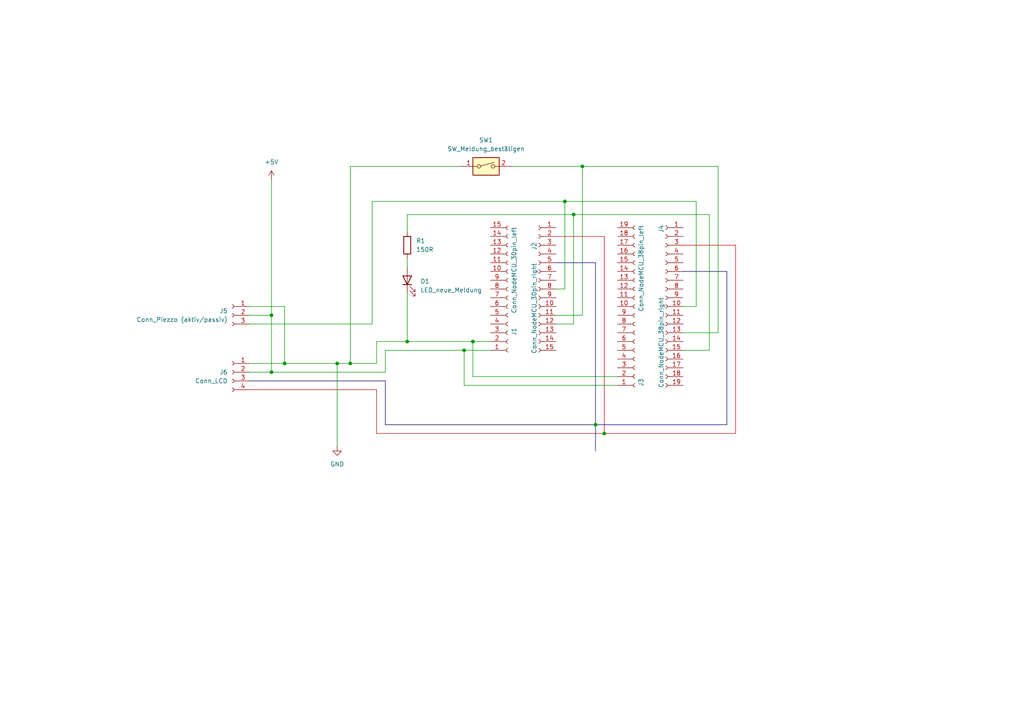
<source format=kicad_sch>
(kicad_sch (version 20231120) (generator "eeschema") (generator_version "8.0")
  (paper "A4")
  (title_block (title "NewsBox Projekt") (date "2024-03-06") (rev "1.0"))
  (lib_symbols
    (symbol "Conn_01x15_Socket_1" (pin_names (offset 1.016) hide)
      (property "Reference" "J" (at 0 20.32 0))
      (property "Value" "Conn_01x15_Socket" (at 0 -20.32 0))
      (symbol "Conn_01x15_Socket_1_1_1"
        (arc (start 0 -17.272) (mid -0.5058 -17.78) (end 0 -18.288) (stroke (width 0.1524)))
        (arc (start 0 -14.732) (mid -0.5058 -15.24) (end 0 -15.748) (stroke (width 0.1524)))
        (arc (start 0 -12.192) (mid -0.5058 -12.7) (end 0 -13.208) (stroke (width 0.1524)))
        (arc (start 0 -9.652) (mid -0.5058 -10.16) (end 0 -10.668) (stroke (width 0.1524)))
        (arc (start 0 -7.112) (mid -0.5058 -7.62) (end 0 -8.128) (stroke (width 0.1524)))
        (arc (start 0 -4.572) (mid -0.5058 -5.08) (end 0 -5.588) (stroke (width 0.1524)))
        (arc (start 0 -2.032) (mid -0.5058 -2.54) (end 0 -3.048) (stroke (width 0.1524)))
        (polyline (pts (xy -1.27 -17.78) (xy -0.508 -17.78)) (stroke (width 0.1524)))
        (polyline (pts (xy -1.27 -15.24) (xy -0.508 -15.24)) (stroke (width 0.1524)))
        (polyline (pts (xy -1.27 -12.7) (xy -0.508 -12.7)) (stroke (width 0.1524)))
        (polyline (pts (xy -1.27 -10.16) (xy -0.508 -10.16)) (stroke (width 0.1524)))
        (polyline (pts (xy -1.27 -7.62) (xy -0.508 -7.62)) (stroke (width 0.1524)))
        (polyline (pts (xy -1.27 -5.08) (xy -0.508 -5.08)) (stroke (width 0.1524)))
        (polyline (pts (xy -1.27 -2.54) (xy -0.508 -2.54)) (stroke (width 0.1524)))
        (polyline (pts (xy -1.27 0) (xy -0.508 0)) (stroke (width 0.1524)))
        (polyline (pts (xy -1.27 2.54) (xy -0.508 2.54)) (stroke (width 0.1524)))
        (polyline (pts (xy -1.27 5.08) (xy -0.508 5.08)) (stroke (width 0.1524)))
        (polyline (pts (xy -1.27 7.62) (xy -0.508 7.62)) (stroke (width 0.1524)))
        (polyline (pts (xy -1.27 10.16) (xy -0.508 10.16)) (stroke (width 0.1524)))
        (polyline (pts (xy -1.27 12.7) (xy -0.508 12.7)) (stroke (width 0.1524)))
        (polyline (pts (xy -1.27 15.24) (xy -0.508 15.24)) (stroke (width 0.1524)))
        (polyline (pts (xy -1.27 17.78) (xy -0.508 17.78)) (stroke (width 0.1524)))
        (arc (start 0 0.508) (mid -0.5058 0) (end 0 -0.508) (stroke (width 0.1524)))
        (arc (start 0 3.048) (mid -0.5058 2.54) (end 0 2.032) (stroke (width 0.1524)))
        (arc (start 0 5.588) (mid -0.5058 5.08) (end 0 4.572) (stroke (width 0.1524)))
        (arc (start 0 8.128) (mid -0.5058 7.62) (end 0 7.112) (stroke (width 0.1524)))
        (arc (start 0 10.668) (mid -0.5058 10.16) (end 0 9.652) (stroke (width 0.1524)))
        (arc (start 0 13.208) (mid -0.5058 12.7) (end 0 12.192) (stroke (width 0.1524)))
        (arc (start 0 15.748) (mid -0.5058 15.24) (end 0 14.732) (stroke (width 0.1524)))
        (arc (start 0 18.288) (mid -0.5058 17.78) (end 0 17.272) (stroke (width 0.1524)))
        (pin passive line (at -5.08 17.78 0) (length 3.81) (name "Pin_1") (number "1"))
        (pin passive line (at -5.08 -5.08 0) (length 3.81) (name "Pin_10") (number "10"))
        (pin passive line (at -5.08 -7.62 0) (length 3.81) (name "Pin_11") (number "11"))
        (pin passive line (at -5.08 -10.16 0) (length 3.81) (name "Pin_12") (number "12"))
        (pin passive line (at -5.08 -12.7 0) (length 3.81) (name "Pin_13") (number "13"))
        (pin passive line (at -5.08 -15.24 0) (length 3.81) (name "Pin_14") (number "14"))
        (pin passive line (at -5.08 -17.78 0) (length 3.81) (name "Pin_15") (number "15"))
        (pin passive line (at -5.08 15.24 0) (length 3.81) (name "Pin_2") (number "2"))
        (pin passive line (at -5.08 12.7 0) (length 3.81) (name "Pin_3") (number "3"))
        (pin passive line (at -5.08 10.16 0) (length 3.81) (name "Pin_4") (number "4"))
        (pin passive line (at -5.08 7.62 0) (length 3.81) (name "Pin_5") (number "5"))
        (pin passive line (at -5.08 5.08 0) (length 3.81) (name "Pin_6") (number "6"))
        (pin passive line (at -5.08 2.54 0) (length 3.81) (name "Pin_7") (number "7"))
        (pin passive line (at -5.08 0 0) (length 3.81) (name "Pin_8") (number "8"))
        (pin passive line (at -5.08 -2.54 0) (length 3.81) (name "Pin_9") (number "9"))
      )
    )
    (symbol "Connector:Conn_01x03_Socket" (pin_names (offset 1.016) hide)
      (property "Reference" "J" (at 0 5.08 0))
      (property "Value" "Conn_01x03_Socket" (at 0 -5.08 0))
      (symbol "Conn_01x03_Socket_1_1"
        (arc (start 0 -2.032) (mid -0.5058 -2.54) (end 0 -3.048) (stroke (width 0.1524)))
        (polyline (pts (xy -1.27 -2.54) (xy -0.508 -2.54)) (stroke (width 0.1524)))
        (polyline (pts (xy -1.27 0) (xy -0.508 0)) (stroke (width 0.1524)))
        (polyline (pts (xy -1.27 2.54) (xy -0.508 2.54)) (stroke (width 0.1524)))
        (arc (start 0 0.508) (mid -0.5058 0) (end 0 -0.508) (stroke (width 0.1524)))
        (arc (start 0 3.048) (mid -0.5058 2.54) (end 0 2.032) (stroke (width 0.1524)))
        (pin passive line (at -5.08 2.54 0) (length 3.81) (name "Pin_1") (number "1"))
        (pin passive line (at -5.08 0 0) (length 3.81) (name "Pin_2") (number "2"))
        (pin passive line (at -5.08 -2.54 0) (length 3.81) (name "Pin_3") (number "3"))
      )
    )
    (symbol "Connector:Conn_01x04_Socket" (pin_names (offset 1.016) hide)
      (property "Reference" "J" (at 0 5.08 0))
      (property "Value" "Conn_01x04_Socket" (at 0 -7.62 0))
      (symbol "Conn_01x04_Socket_1_1"
        (arc (start 0 -4.572) (mid -0.5058 -5.08) (end 0 -5.588) (stroke (width 0.1524)))
        (arc (start 0 -2.032) (mid -0.5058 -2.54) (end 0 -3.048) (stroke (width 0.1524)))
        (polyline (pts (xy -1.27 -5.08) (xy -0.508 -5.08)) (stroke (width 0.1524)))
        (polyline (pts (xy -1.27 -2.54) (xy -0.508 -2.54)) (stroke (width 0.1524)))
        (polyline (pts (xy -1.27 0) (xy -0.508 0)) (stroke (width 0.1524)))
        (polyline (pts (xy -1.27 2.54) (xy -0.508 2.54)) (stroke (width 0.1524)))
        (arc (start 0 0.508) (mid -0.5058 0) (end 0 -0.508) (stroke (width 0.1524)))
        (arc (start 0 3.048) (mid -0.5058 2.54) (end 0 2.032) (stroke (width 0.1524)))
        (pin passive line (at -5.08 2.54 0) (length 3.81) (name "Pin_1") (number "1"))
        (pin passive line (at -5.08 0 0) (length 3.81) (name "Pin_2") (number "2"))
        (pin passive line (at -5.08 -2.54 0) (length 3.81) (name "Pin_3") (number "3"))
        (pin passive line (at -5.08 -5.08 0) (length 3.81) (name "Pin_4") (number "4"))
      )
    )
    (symbol "Connector:Conn_01x15_Socket" (pin_names (offset 1.016) hide)
      (property "Reference" "J" (at 0 20.32 0))
      (property "Value" "Conn_01x15_Socket" (at 0 -20.32 0))
      (symbol "Conn_01x15_Socket_1_1"
        (arc (start 0 -17.272) (mid -0.5058 -17.78) (end 0 -18.288) (stroke (width 0.1524)))
        (arc (start 0 -14.732) (mid -0.5058 -15.24) (end 0 -15.748) (stroke (width 0.1524)))
        (arc (start 0 -12.192) (mid -0.5058 -12.7) (end 0 -13.208) (stroke (width 0.1524)))
        (arc (start 0 -9.652) (mid -0.5058 -10.16) (end 0 -10.668) (stroke (width 0.1524)))
        (arc (start 0 -7.112) (mid -0.5058 -7.62) (end 0 -8.128) (stroke (width 0.1524)))
        (arc (start 0 -4.572) (mid -0.5058 -5.08) (end 0 -5.588) (stroke (width 0.1524)))
        (arc (start 0 -2.032) (mid -0.5058 -2.54) (end 0 -3.048) (stroke (width 0.1524)))
        (polyline (pts (xy -1.27 -17.78) (xy -0.508 -17.78)) (stroke (width 0.1524)))
        (polyline (pts (xy -1.27 -15.24) (xy -0.508 -15.24)) (stroke (width 0.1524)))
        (polyline (pts (xy -1.27 -12.7) (xy -0.508 -12.7)) (stroke (width 0.1524)))
        (polyline (pts (xy -1.27 -10.16) (xy -0.508 -10.16)) (stroke (width 0.1524)))
        (polyline (pts (xy -1.27 -7.62) (xy -0.508 -7.62)) (stroke (width 0.1524)))
        (polyline (pts (xy -1.27 -5.08) (xy -0.508 -5.08)) (stroke (width 0.1524)))
        (polyline (pts (xy -1.27 -2.54) (xy -0.508 -2.54)) (stroke (width 0.1524)))
        (polyline (pts (xy -1.27 0) (xy -0.508 0)) (stroke (width 0.1524)))
        (polyline (pts (xy -1.27 2.54) (xy -0.508 2.54)) (stroke (width 0.1524)))
        (polyline (pts (xy -1.27 5.08) (xy -0.508 5.08)) (stroke (width 0.1524)))
        (polyline (pts (xy -1.27 7.62) (xy -0.508 7.62)) (stroke (width 0.1524)))
        (polyline (pts (xy -1.27 10.16) (xy -0.508 10.16)) (stroke (width 0.1524)))
        (polyline (pts (xy -1.27 12.7) (xy -0.508 12.7)) (stroke (width 0.1524)))
        (polyline (pts (xy -1.27 15.24) (xy -0.508 15.24)) (stroke (width 0.1524)))
        (polyline (pts (xy -1.27 17.78) (xy -0.508 17.78)) (stroke (width 0.1524)))
        (arc (start 0 0.508) (mid -0.5058 0) (end 0 -0.508) (stroke (width 0.1524)))
        (arc (start 0 3.048) (mid -0.5058 2.54) (end 0 2.032) (stroke (width 0.1524)))
        (arc (start 0 5.588) (mid -0.5058 5.08) (end 0 4.572) (stroke (width 0.1524)))
        (arc (start 0 8.128) (mid -0.5058 7.62) (end 0 7.112) (stroke (width 0.1524)))
        (arc (start 0 10.668) (mid -0.5058 10.16) (end 0 9.652) (stroke (width 0.1524)))
        (arc (start 0 13.208) (mid -0.5058 12.7) (end 0 12.192) (stroke (width 0.1524)))
        (arc (start 0 15.748) (mid -0.5058 15.24) (end 0 14.732) (stroke (width 0.1524)))
        (arc (start 0 18.288) (mid -0.5058 17.78) (end 0 17.272) (stroke (width 0.1524)))
        (pin passive line (at -5.08 17.78 0) (length 3.81) (name "Pin_1") (number "1"))
        (pin passive line (at -5.08 -5.08 0) (length 3.81) (name "Pin_10") (number "10"))
        (pin passive line (at -5.08 -7.62 0) (length 3.81) (name "Pin_11") (number "11"))
        (pin passive line (at -5.08 -10.16 0) (length 3.81) (name "Pin_12") (number "12"))
        (pin passive line (at -5.08 -12.7 0) (length 3.81) (name "Pin_13") (number "13"))
        (pin passive line (at -5.08 -15.24 0) (length 3.81) (name "Pin_14") (number "14"))
        (pin passive line (at -5.08 -17.78 0) (length 3.81) (name "Pin_15") (number "15"))
        (pin passive line (at -5.08 15.24 0) (length 3.81) (name "Pin_2") (number "2"))
        (pin passive line (at -5.08 12.7 0) (length 3.81) (name "Pin_3") (number "3"))
        (pin passive line (at -5.08 10.16 0) (length 3.81) (name "Pin_4") (number "4"))
        (pin passive line (at -5.08 7.62 0) (length 3.81) (name "Pin_5") (number "5"))
        (pin passive line (at -5.08 5.08 0) (length 3.81) (name "Pin_6") (number "6"))
        (pin passive line (at -5.08 2.54 0) (length 3.81) (name "Pin_7") (number "7"))
        (pin passive line (at -5.08 0 0) (length 3.81) (name "Pin_8") (number "8"))
        (pin passive line (at -5.08 -2.54 0) (length 3.81) (name "Pin_9") (number "9"))
      )
    )
    (symbol "Connector:Conn_01x19_Socket" (pin_names (offset 1.016) hide)
      (property "Reference" "J" (at 0 25.4 0))
      (property "Value" "Conn_01x19_Socket" (at 0 -25.4 0))
      (symbol "Conn_01x19_Socket_1_1"
        (arc (start 0 -22.352) (mid -0.5058 -22.86) (end 0 -23.368) (stroke (width 0.1524)))
        (arc (start 0 -19.812) (mid -0.5058 -20.32) (end 0 -20.828) (stroke (width 0.1524)))
        (arc (start 0 -17.272) (mid -0.5058 -17.78) (end 0 -18.288) (stroke (width 0.1524)))
        (arc (start 0 -14.732) (mid -0.5058 -15.24) (end 0 -15.748) (stroke (width 0.1524)))
        (arc (start 0 -12.192) (mid -0.5058 -12.7) (end 0 -13.208) (stroke (width 0.1524)))
        (arc (start 0 -9.652) (mid -0.5058 -10.16) (end 0 -10.668) (stroke (width 0.1524)))
        (arc (start 0 -7.112) (mid -0.5058 -7.62) (end 0 -8.128) (stroke (width 0.1524)))
        (arc (start 0 -4.572) (mid -0.5058 -5.08) (end 0 -5.588) (stroke (width 0.1524)))
        (arc (start 0 -2.032) (mid -0.5058 -2.54) (end 0 -3.048) (stroke (width 0.1524)))
        (polyline (pts (xy -1.27 -22.86) (xy -0.508 -22.86)) (stroke (width 0.1524)))
        (polyline (pts (xy -1.27 -20.32) (xy -0.508 -20.32)) (stroke (width 0.1524)))
        (polyline (pts (xy -1.27 -17.78) (xy -0.508 -17.78)) (stroke (width 0.1524)))
        (polyline (pts (xy -1.27 -15.24) (xy -0.508 -15.24)) (stroke (width 0.1524)))
        (polyline (pts (xy -1.27 -12.7) (xy -0.508 -12.7)) (stroke (width 0.1524)))
        (polyline (pts (xy -1.27 -10.16) (xy -0.508 -10.16)) (stroke (width 0.1524)))
        (polyline (pts (xy -1.27 -7.62) (xy -0.508 -7.62)) (stroke (width 0.1524)))
        (polyline (pts (xy -1.27 -5.08) (xy -0.508 -5.08)) (stroke (width 0.1524)))
        (polyline (pts (xy -1.27 -2.54) (xy -0.508 -2.54)) (stroke (width 0.1524)))
        (polyline (pts (xy -1.27 0) (xy -0.508 0)) (stroke (width 0.1524)))
        (polyline (pts (xy -1.27 2.54) (xy -0.508 2.54)) (stroke (width 0.1524)))
        (polyline (pts (xy -1.27 5.08) (xy -0.508 5.08)) (stroke (width 0.1524)))
        (polyline (pts (xy -1.27 7.62) (xy -0.508 7.62)) (stroke (width 0.1524)))
        (polyline (pts (xy -1.27 10.16) (xy -0.508 10.16)) (stroke (width 0.1524)))
        (polyline (pts (xy -1.27 12.7) (xy -0.508 12.7)) (stroke (width 0.1524)))
        (polyline (pts (xy -1.27 15.24) (xy -0.508 15.24)) (stroke (width 0.1524)))
        (polyline (pts (xy -1.27 17.78) (xy -0.508 17.78)) (stroke (width 0.1524)))
        (polyline (pts (xy -1.27 20.32) (xy -0.508 20.32)) (stroke (width 0.1524)))
        (polyline (pts (xy -1.27 22.86) (xy -0.508 22.86)) (stroke (width 0.1524)))
        (arc (start 0 0.508) (mid -0.5058 0) (end 0 -0.508) (stroke (width 0.1524)))
        (arc (start 0 3.048) (mid -0.5058 2.54) (end 0 2.032) (stroke (width 0.1524)))
        (arc (start 0 5.588) (mid -0.5058 5.08) (end 0 4.572) (stroke (width 0.1524)))
        (arc (start 0 8.128) (mid -0.5058 7.62) (end 0 7.112) (stroke (width 0.1524)))
        (arc (start 0 10.668) (mid -0.5058 10.16) (end 0 9.652) (stroke (width 0.1524)))
        (arc (start 0 13.208) (mid -0.5058 12.7) (end 0 12.192) (stroke (width 0.1524)))
        (arc (start 0 15.748) (mid -0.5058 15.24) (end 0 14.732) (stroke (width 0.1524)))
        (arc (start 0 18.288) (mid -0.5058 17.78) (end 0 17.272) (stroke (width 0.1524)))
        (arc (start 0 20.828) (mid -0.5058 20.32) (end 0 19.812) (stroke (width 0.1524)))
        (arc (start 0 23.368) (mid -0.5058 22.86) (end 0 22.352) (stroke (width 0.1524)))
        (pin passive line (at -5.08 22.86 0) (length 3.81) (name "Pin_1") (number "1"))
        (pin passive line (at -5.08 0 0) (length 3.81) (name "Pin_10") (number "10"))
        (pin passive line (at -5.08 -2.54 0) (length 3.81) (name "Pin_11") (number "11"))
        (pin passive line (at -5.08 -5.08 0) (length 3.81) (name "Pin_12") (number "12"))
        (pin passive line (at -5.08 -7.62 0) (length 3.81) (name "Pin_13") (number "13"))
        (pin passive line (at -5.08 -10.16 0) (length 3.81) (name "Pin_14") (number "14"))
        (pin passive line (at -5.08 -12.7 0) (length 3.81) (name "Pin_15") (number "15"))
        (pin passive line (at -5.08 -15.24 0) (length 3.81) (name "Pin_16") (number "16"))
        (pin passive line (at -5.08 -17.78 0) (length 3.81) (name "Pin_17") (number "17"))
        (pin passive line (at -5.08 -20.32 0) (length 3.81) (name "Pin_18") (number "18"))
        (pin passive line (at -5.08 -22.86 0) (length 3.81) (name "Pin_19") (number "19"))
        (pin passive line (at -5.08 20.32 0) (length 3.81) (name "Pin_2") (number "2"))
        (pin passive line (at -5.08 17.78 0) (length 3.81) (name "Pin_3") (number "3"))
        (pin passive line (at -5.08 15.24 0) (length 3.81) (name "Pin_4") (number "4"))
        (pin passive line (at -5.08 12.7 0) (length 3.81) (name "Pin_5") (number "5"))
        (pin passive line (at -5.08 10.16 0) (length 3.81) (name "Pin_6") (number "6"))
        (pin passive line (at -5.08 7.62 0) (length 3.81) (name "Pin_7") (number "7"))
        (pin passive line (at -5.08 5.08 0) (length 3.81) (name "Pin_8") (number "8"))
        (pin passive line (at -5.08 2.54 0) (length 3.81) (name "Pin_9") (number "9"))
      )
    )
    (symbol "Device:LED" (pin_numbers hide) (pin_names (offset 1.016) hide)
      (property "Reference" "D" (at 0 2.54 0))
      (property "Value" "LED" (at 0 -2.54 0))
      (symbol "LED_0_1"
        (polyline (pts (xy -1.27 -1.27) (xy -1.27 1.27)) (stroke (width 0.254)))
        (polyline (pts (xy -1.27 0) (xy 1.27 0)))
        (polyline (pts (xy 1.27 -1.27) (xy 1.27 1.27) (xy -1.27 0) (xy 1.27 -1.27)) (stroke (width 0.254)))
        (polyline (pts (xy -3.048 -0.762) (xy -4.572 -2.286) (xy -3.81 -2.286) (xy -4.572 -2.286) (xy -4.572 -1.524)))
        (polyline (pts (xy -1.778 -0.762) (xy -3.302 -2.286) (xy -2.54 -2.286) (xy -3.302 -2.286) (xy -3.302 -1.524)))
      )
      (symbol "LED_1_1"
        (pin passive line (at -3.81 0 0) (length 2.54) (name "K") (number "1"))
        (pin passive line (at 3.81 0 180) (length 2.54) (name "A") (number "2"))
      )
    )
    (symbol "Device:R" (pin_numbers hide) (pin_names (offset 0))
      (property "Reference" "R" (at 2.032 0 90))
      (property "Value" "R" (at 0 0 90))
      (symbol "R_0_1"
        (rectangle (start -1.016 -2.54) (end 1.016 2.54) (stroke (width 0.254)))
      )
      (symbol "R_1_1"
        (pin passive line (at 0 3.81 270) (length 1.27) (name "~") (number "1"))
        (pin passive line (at 0 -3.81 90) (length 1.27) (name "~") (number "2"))
      )
    )
    (symbol "Switch:SW_DIP_x01" (pin_names (offset 0) hide)
      (property "Reference" "SW" (at 0 3.81 0))
      (property "Value" "SW_DIP_x01" (at 0 -3.81 0))
      (symbol "SW_DIP_x01_0_0"
        (circle (center -2.032 0) (radius 0.508))
        (polyline (pts (xy -1.524 0.127) (xy 2.3622 1.1684)))
        (circle (center 2.032 0) (radius 0.508))
      )
      (symbol "SW_DIP_x01_0_1"
        (rectangle (start -3.81 2.54) (end 3.81 -2.54) (stroke (width 0.254)) (fill (type background)))
      )
      (symbol "SW_DIP_x01_1_1"
        (pin passive line (at -7.62 0 0) (length 5.08) (name "~") (number "1"))
        (pin passive line (at 7.62 0 180) (length 5.08) (name "~") (number "2"))
      )
    )
    (symbol "power:+5V" (power) (pin_numbers hide) (pin_names (offset 0) hide)
      (property "Value" "+5V" (at 0 3.556 0))
      (symbol "+5V_0_1"
        (polyline (pts (xy -0.762 1.27) (xy 0 2.54)))
        (polyline (pts (xy 0 0) (xy 0 2.54)))
        (polyline (pts (xy 0 2.54) (xy 0.762 1.27)))
      )
      (symbol "+5V_1_1"
        (pin power_in line (at 0 0 90) (length 0) (name "~") (number "1"))
      )
    )
    (symbol "power:GND" (power) (pin_numbers hide) (pin_names (offset 0) hide)
      (property "Value" "GND" (at 0 -3.81 0))
      (symbol "GND_0_1"
        (polyline (pts (xy 0 0) (xy 0 -1.27) (xy 1.27 -1.27) (xy 0 -2.54) (xy -1.27 -1.27) (xy 0 -1.27)))
      )
      (symbol "GND_1_1"
        (pin power_in line (at 0 0 270) (length 0) (name "~") (number "1"))
      )
    )
  )
  (junction (at 134.62 101.6))
  (junction (at 172.72 123.19))
  (junction (at 163.83 58.42))
  (junction (at 175.26 125.73))
  (junction (at 78.74 107.95))
  (junction (at 97.79 105.41))
  (junction (at 118.11 99.06))
  (junction (at 166.37 62.23))
  (junction (at 101.6 105.41))
  (junction (at 137.16 99.06))
  (junction (at 82.55 105.41))
  (junction (at 168.91 48.26))
  (junction (at 78.74 91.44))
  (wire (pts (xy 109.22 113.03) (xy 72.39 113.03)) (stroke (width 0) (color 194 0 0 1)))
  (wire (pts (xy 82.55 88.9) (xy 82.55 105.41)))
  (wire (pts (xy 179.07 109.22) (xy 137.16 109.22)))
  (wire (pts (xy 213.36 71.12) (xy 213.36 125.73)) (stroke (width 0) (color 194 0 0 1)))
  (wire (pts (xy 101.6 105.41) (xy 109.22 105.41)))
  (wire (pts (xy 168.91 48.26) (xy 148.59 48.26)))
  (wire (pts (xy 208.28 96.52) (xy 208.28 48.26)))
  (wire (pts (xy 111.76 101.6) (xy 111.76 107.95)))
  (wire (pts (xy 101.6 48.26) (xy 101.6 105.41)))
  (wire (pts (xy 118.11 74.93) (xy 118.11 77.47)))
  (wire (pts (xy 72.39 88.9) (xy 82.55 88.9)))
  (wire (pts (xy 201.93 58.42) (xy 163.83 58.42)))
  (wire (pts (xy 134.62 101.6) (xy 111.76 101.6)))
  (wire (pts (xy 161.29 83.82) (xy 163.83 83.82)))
  (wire (pts (xy 163.83 58.42) (xy 107.95 58.42)))
  (wire (pts (xy 168.91 91.44) (xy 161.29 91.44)))
  (wire (pts (xy 198.12 78.74) (xy 210.82 78.74)) (stroke (width 0) (color 0 0 72 1)))
  (wire (pts (xy 111.76 123.19) (xy 111.76 110.49)) (stroke (width 0) (color 0 0 72 1)))
  (wire (pts (xy 198.12 96.52) (xy 208.28 96.52)))
  (wire (pts (xy 210.82 78.74) (xy 210.82 123.19)) (stroke (width 0) (color 0 0 72 1)))
  (wire (pts (xy 175.26 68.58) (xy 175.26 125.73)) (stroke (width 0) (color 194 0 0 1)))
  (wire (pts (xy 109.22 105.41) (xy 109.22 99.06)))
  (wire (pts (xy 205.74 101.6) (xy 205.74 62.23)))
  (wire (pts (xy 97.79 105.41) (xy 97.79 129.54)))
  (wire (pts (xy 172.72 76.2) (xy 172.72 123.19)) (stroke (width 0) (color 0 0 132 1)))
  (wire (pts (xy 166.37 93.98) (xy 166.37 62.23)))
  (wire (pts (xy 107.95 93.98) (xy 72.39 93.98)))
  (wire (pts (xy 198.12 71.12) (xy 213.36 71.12)) (stroke (width 0) (color 194 0 0 1)))
  (wire (pts (xy 142.24 101.6) (xy 134.62 101.6)))
  (wire (pts (xy 109.22 125.73) (xy 175.26 125.73)) (stroke (width 0) (color 194 0 0 1)))
  (wire (pts (xy 107.95 58.42) (xy 107.95 93.98)))
  (wire (pts (xy 134.62 111.76) (xy 134.62 101.6)))
  (wire (pts (xy 118.11 99.06) (xy 137.16 99.06)))
  (wire (pts (xy 179.07 111.76) (xy 134.62 111.76)))
  (wire (pts (xy 82.55 105.41) (xy 97.79 105.41)))
  (wire (pts (xy 97.79 105.41) (xy 101.6 105.41)))
  (wire (pts (xy 205.74 62.23) (xy 166.37 62.23)))
  (wire (pts (xy 118.11 85.09) (xy 118.11 99.06)))
  (wire (pts (xy 111.76 107.95) (xy 78.74 107.95)))
  (wire (pts (xy 109.22 125.73) (xy 109.22 113.03)) (stroke (width 0) (color 194 0 0 1)))
  (wire (pts (xy 168.91 48.26) (xy 168.91 91.44)))
  (wire (pts (xy 72.39 91.44) (xy 78.74 91.44)))
  (wire (pts (xy 111.76 123.19) (xy 171.45 123.19)) (stroke (width 0) (color 0 0 72 1)))
  (wire (pts (xy 166.37 62.23) (xy 118.11 62.23)))
  (wire (pts (xy 109.22 99.06) (xy 118.11 99.06)))
  (wire (pts (xy 171.45 123.19) (xy 172.72 123.19)) (stroke (width 0) (color 0 0 132 1)))
  (wire (pts (xy 78.74 91.44) (xy 78.74 107.95)))
  (wire (pts (xy 172.72 123.19) (xy 210.82 123.19)) (stroke (width 0) (color 0 0 132 1)))
  (wire (pts (xy 137.16 109.22) (xy 137.16 99.06)))
  (wire (pts (xy 133.35 48.26) (xy 101.6 48.26)))
  (wire (pts (xy 161.29 76.2) (xy 172.72 76.2)) (stroke (width 0) (color 0 0 132 1)))
  (wire (pts (xy 161.29 93.98) (xy 166.37 93.98)))
  (wire (pts (xy 201.93 88.9) (xy 201.93 58.42)))
  (wire (pts (xy 111.76 110.49) (xy 72.39 110.49)) (stroke (width 0) (color 0 0 72 1)))
  (wire (pts (xy 78.74 52.07) (xy 78.74 91.44)))
  (wire (pts (xy 198.12 88.9) (xy 201.93 88.9)))
  (wire (pts (xy 208.28 48.26) (xy 168.91 48.26)))
  (wire (pts (xy 78.74 107.95) (xy 72.39 107.95)))
  (wire (pts (xy 198.12 101.6) (xy 205.74 101.6)))
  (wire (pts (xy 137.16 99.06) (xy 142.24 99.06)))
  (wire (pts (xy 172.72 130.81) (xy 172.72 123.19)) (stroke (width 0) (color 0 0 132 1)))
  (wire (pts (xy 175.26 68.58) (xy 161.29 68.58)) (stroke (width 0) (color 194 0 0 1)))
  (wire (pts (xy 72.39 105.41) (xy 82.55 105.41)))
  (wire (pts (xy 163.83 83.82) (xy 163.83 58.42)))
  (wire (pts (xy 118.11 62.23) (xy 118.11 67.31)))
  (wire (pts (xy 175.26 125.73) (xy 213.36 125.73)) (stroke (width 0) (color 194 0 0 1)))
  (symbol (lib_id "Connector:Conn_01x04_Socket") (at 67.31 107.95 0) (mirror y) (unit 1)
    (property "Reference" "J6" (at 66.04 107.9499 0) (effects (justify left)))
    (property "Value" "Conn_LCD" (at 66.04 110.4899 0) (effects (justify left)))
    (property "Footprint" "Connector_PinSocket_2.54mm:PinSocket_1x04_P2.54mm_Vertical" (effects (hide yes)))
    (property "Description" "Generic connector, single row, 01x04, script generated" (effects (hide yes)))
  )
  (symbol (lib_id "power:GND") (at 97.79 129.54 0) (unit 1)
    (property "Reference" "#PWR02" (effects (hide yes)))
    (property "Value" "GND" (at 97.79 134.62 0))
    (property "Description" "Power symbol creates a global label with name \"GND\" , ground" (effects (hide yes)))
  )
  (symbol (lib_id "Connector:Conn_01x19_Socket") (at 193.04 88.9 0) (mirror y) (unit 1)
    (property "Reference" "J4" (at 191.77 67.564 90) (effects (justify left)))
    (property "Value" "Conn_NodeMCU_38pin_right" (at 191.77 112.522 90) (effects (justify left)))
    (property "Footprint" "Connector_PinSocket_2.54mm:PinSocket_1x19_P2.54mm_Vertical" (effects (hide yes)))
    (property "Description" "Generic connector, single row, 01x19, script generated" (effects (hide yes)))
  )
  (symbol (lib_id "Switch:SW_DIP_x01") (at 140.97 48.26 0) (unit 1)
    (property "Reference" "SW1" (at 140.97 40.64 0))
    (property "Value" "SW_Meldung_bestätigen" (at 140.97 43.18 0))
    (property "Footprint" "Connector_PinSocket_2.54mm:PinSocket_1x02_P2.54mm_Vertical" (effects (hide yes)))
    (property "Description" "1x DIP Switch, Single Pole Single Throw (SPST) switch, small symbol" (effects (hide yes)))
  )
  (symbol (lib_id "Connector:Conn_01x19_Socket") (at 184.15 88.9 0) (mirror x) (unit 1)
    (property "Reference" "J3" (at 185.928 109.728 90) (effects (justify left)))
    (property "Value" "Conn_NodeMCU_38pin_left" (at 185.928 65.278 90) (effects (justify left)))
    (property "Footprint" "Connector_PinSocket_2.54mm:PinSocket_1x19_P2.54mm_Vertical" (effects (hide yes)))
    (property "Description" "Generic connector, single row, 01x19, script generated" (effects (hide yes)))
  )
  (symbol (lib_id "Connector:Conn_01x15_Socket") (at 156.21 83.82 0) (mirror y) (unit 1)
    (property "Reference" "J2" (at 154.94 72.644 90) (effects (justify left)))
    (property "Value" "Conn_NodeMCU_30pin_right" (at 154.94 102.616 90) (effects (justify left)))
    (property "Footprint" "Connector_PinSocket_2.54mm:PinSocket_1x15_P2.54mm_Vertical" (effects (hide yes)))
    (property "Description" "Generic connector, single row, 01x15, script generated" (effects (hide yes)))
  )
  (symbol (lib_id "Connector:Conn_01x03_Socket") (at 67.31 91.44 0) (mirror y) (unit 1)
    (property "Reference" "J5" (at 66.04 90.1699 0) (effects (justify left)))
    (property "Value" "Conn_Piezzo (aktiv/passiv)" (at 66.04 92.7099 0) (effects (justify left)))
    (property "Footprint" "Connector_PinSocket_2.54mm:PinSocket_1x03_P2.54mm_Vertical" (effects (hide yes)))
    (property "Description" "Generic connector, single row, 01x03, script generated" (effects (hide yes)))
  )
  (symbol (lib_id "Device:R") (at 118.11 71.12 0) (unit 1)
    (property "Reference" "R1" (at 120.65 69.8499 0) (effects (justify left)))
    (property "Value" "150R" (at 120.65 72.3899 0) (effects (justify left)))
    (property "Footprint" "Resistor_THT:R_Axial_DIN0207_L6.3mm_D2.5mm_P10.16mm_Horizontal" (effects (hide yes)))
    (property "Description" "Resistor" (effects (hide yes)))
  )
  (symbol (lib_id "Device:LED") (at 118.11 81.28 90) (unit 1)
    (property "Reference" "D1" (at 121.92 81.5974 90) (effects (justify right)))
    (property "Value" "LED_neue_Meldung" (at 121.92 84.1374 90) (effects (justify right)))
    (property "Footprint" "Connector_PinSocket_2.54mm:PinSocket_1x02_P2.54mm_Vertical" (effects (hide yes)))
    (property "Description" "Light emitting diode" (effects (hide yes)))
  )
  (symbol (lib_id "power:+5V") (at 78.74 52.07 0) (unit 1)
    (property "Reference" "#PWR01" (effects (hide yes)))
    (property "Value" "+5V" (at 78.74 46.99 0))
    (property "Description" "Power symbol creates a global label with name \"+5V\"" (effects (hide yes)))
  )
  (symbol (lib_name "Conn_01x15_Socket_1") (lib_id "Connector:Conn_01x15_Socket") (at 147.32 83.82 0) (mirror x) (unit 1)
    (property "Reference" "J1" (at 149.098 94.996 90) (effects (justify left)))
    (property "Value" "Conn_NodeMCU_30pin_left" (at 149.098 65.786 90) (effects (justify left)))
    (property "Footprint" "Connector_PinSocket_2.54mm:PinSocket_1x15_P2.54mm_Vertical" (effects (hide yes)))
    (property "Description" "Generic connector, single row, 01x15, script generated" (effects (hide yes)))
  )
)
</source>
